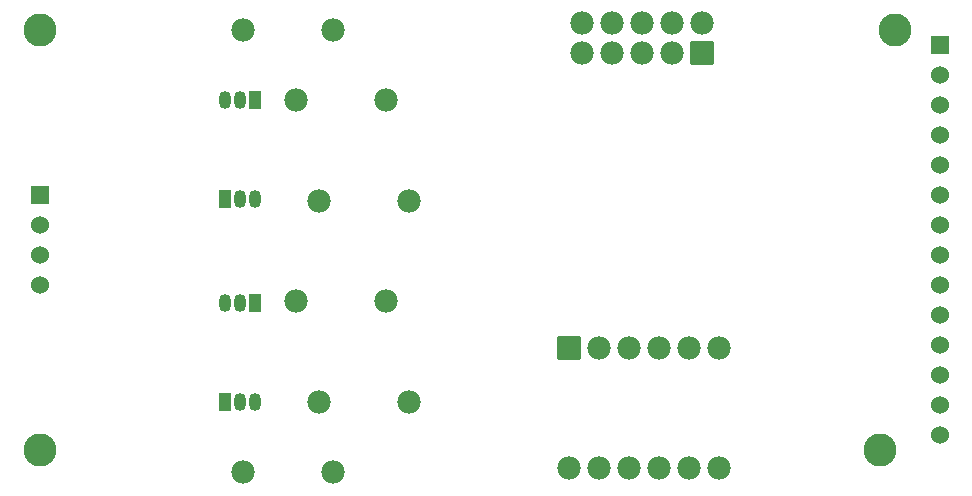
<source format=gbr>
%TF.GenerationSoftware,KiCad,Pcbnew,8.0.3*%
%TF.CreationDate,2024-06-27T19:26:25-06:00*%
%TF.ProjectId,Subsystem SPI Breakout v2,53756273-7973-4746-956d-205350492042,rev?*%
%TF.SameCoordinates,Original*%
%TF.FileFunction,Soldermask,Bot*%
%TF.FilePolarity,Negative*%
%FSLAX46Y46*%
G04 Gerber Fmt 4.6, Leading zero omitted, Abs format (unit mm)*
G04 Created by KiCad (PCBNEW 8.0.3) date 2024-06-27 19:26:25*
%MOMM*%
%LPD*%
G01*
G04 APERTURE LIST*
G04 Aperture macros list*
%AMRoundRect*
0 Rectangle with rounded corners*
0 $1 Rounding radius*
0 $2 $3 $4 $5 $6 $7 $8 $9 X,Y pos of 4 corners*
0 Add a 4 corners polygon primitive as box body*
4,1,4,$2,$3,$4,$5,$6,$7,$8,$9,$2,$3,0*
0 Add four circle primitives for the rounded corners*
1,1,$1+$1,$2,$3*
1,1,$1+$1,$4,$5*
1,1,$1+$1,$6,$7*
1,1,$1+$1,$8,$9*
0 Add four rect primitives between the rounded corners*
20,1,$1+$1,$2,$3,$4,$5,0*
20,1,$1+$1,$4,$5,$6,$7,0*
20,1,$1+$1,$6,$7,$8,$9,0*
20,1,$1+$1,$8,$9,$2,$3,0*%
G04 Aperture macros list end*
%ADD10C,2.794000*%
%ADD11R,1.524000X1.524000*%
%ADD12C,1.524000*%
%ADD13C,1.982000*%
%ADD14R,1.050000X1.500000*%
%ADD15O,1.050000X1.500000*%
%ADD16RoundRect,0.102000X-0.889000X-0.889000X0.889000X-0.889000X0.889000X0.889000X-0.889000X0.889000X0*%
%ADD17RoundRect,0.102000X0.889000X0.889000X-0.889000X0.889000X-0.889000X-0.889000X0.889000X-0.889000X0*%
G04 APERTURE END LIST*
D10*
%TO.C,U1*%
X165390000Y-55000000D03*
X164120000Y-90560000D03*
X93000000Y-90560000D03*
X93000000Y-55000000D03*
D11*
X169200000Y-56270000D03*
D12*
X169200000Y-58810000D03*
X169200000Y-61350000D03*
X169200000Y-63890000D03*
X169200000Y-66430000D03*
X169200000Y-68970000D03*
X169200000Y-71510000D03*
X169200000Y-74050000D03*
X169200000Y-76590000D03*
X169200000Y-79130000D03*
X169200000Y-81670000D03*
X169200000Y-84210000D03*
X169200000Y-86750000D03*
X169200000Y-89290000D03*
D11*
X93000000Y-68970000D03*
D12*
X93000000Y-71510000D03*
X93000000Y-74050000D03*
X93000000Y-76590000D03*
%TD*%
D13*
%TO.C,R1*%
X116690000Y-69500000D03*
X124310000Y-69500000D03*
%TD*%
D14*
%TO.C,Q1*%
X111270000Y-61000000D03*
D15*
X110000000Y-61000000D03*
X108730000Y-61000000D03*
%TD*%
D13*
%TO.C,R2*%
X116690000Y-86500000D03*
X124310000Y-86500000D03*
%TD*%
%TO.C,R5*%
X110190000Y-92500000D03*
X117810000Y-92500000D03*
%TD*%
%TO.C,LogicConverter1*%
X145420000Y-82000000D03*
X145420000Y-92160000D03*
X142880000Y-82000000D03*
D16*
X137800000Y-82000000D03*
D13*
X140340000Y-82000000D03*
X147960000Y-82000000D03*
X150500000Y-82000000D03*
X142880000Y-92160000D03*
X137800000Y-92160000D03*
X140340000Y-92160000D03*
X147960000Y-92160000D03*
X150500000Y-92160000D03*
%TD*%
%TO.C,R6*%
X110190000Y-55000000D03*
X117810000Y-55000000D03*
%TD*%
D14*
%TO.C,Q2*%
X108730000Y-69360000D03*
D15*
X110000000Y-69360000D03*
X111270000Y-69360000D03*
%TD*%
D13*
%TO.C,R4*%
X114690000Y-61000000D03*
X122310000Y-61000000D03*
%TD*%
D17*
%TO.C,1*%
X149080000Y-57000000D03*
D13*
X146540000Y-57000000D03*
X144000000Y-57000000D03*
X138920000Y-54460000D03*
X138920000Y-57000000D03*
X141460000Y-57000000D03*
X141460000Y-54460000D03*
X149080000Y-54460000D03*
X144000000Y-54460000D03*
X146540000Y-54460000D03*
%TD*%
D14*
%TO.C,Q4*%
X108730000Y-86500000D03*
D15*
X110000000Y-86500000D03*
X111270000Y-86500000D03*
%TD*%
D13*
%TO.C,R3*%
X114690000Y-78000000D03*
X122310000Y-78000000D03*
%TD*%
D14*
%TO.C,Q3*%
X111270000Y-78140000D03*
D15*
X110000000Y-78140000D03*
X108730000Y-78140000D03*
%TD*%
M02*

</source>
